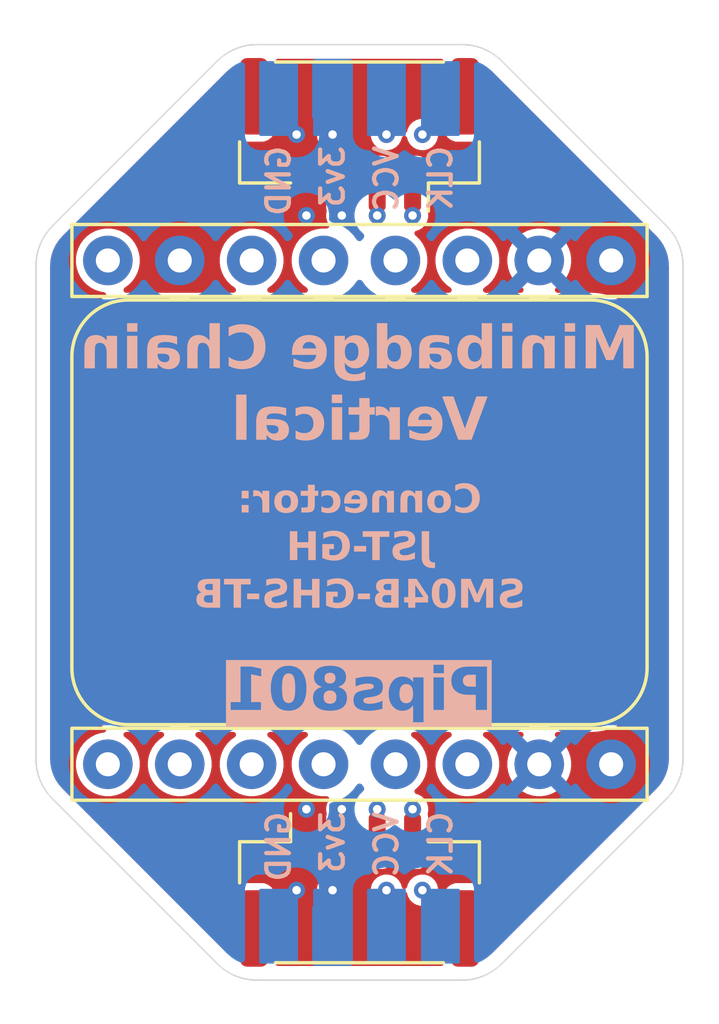
<source format=kicad_pcb>
(kicad_pcb (version 20241229) (generator "pcbnew") (generator_version "9.0")
  (layers (0 "F.Cu" signal) (4 "In1.Cu" signal) (6 "In2.Cu" signal) (2 "B.Cu" signal) (13 "F.Paste" user) (15 "B.Paste" user) (5 "F.SilkS" user "F.Silkscreen") (7 "B.SilkS" user "B.Silkscreen") (1 "F.Mask" user) (3 "B.Mask" user) (25 "Edge.Cuts" user))
  (net 0 "")
  (net 3 "+3.3V")
  (net 7 "SCL")
  (net 8 "GND")
  (net 9 "CLK")
  (net 10 "SDA")
  (net 13 "VCC")
  (footprint "MiniBadge:MiniBadge_Slot_Reflective" (layer "F.Cu") (at 163.83 74.93)
    (property "Reference" "MB1" (hide yes))
    (property "Value" "MiniBadge_Full")
    (fp_poly (pts (arc (start 20.320242 4.6667) (mid 19.734456 3.252486) (end 18.320242 2.6667)) (arc (start 2.000242 2.6667) (mid 0.586028 3.252486) (end 0.000242 4.6667)) (arc (start 0.000242 15.6527) (mid 0.586028 17.066914) (end 2.000242 17.6527)) (arc (start 18.320242 17.6527) (mid 19.734456 17.066914) (end 20.320242 15.6527))) (fill yes) (layer "F.Cu"))
    (fp_line (start 0 0) (end 0 2.54) (stroke (width 0.12)) (layer "F.SilkS"))
    (fp_line (start 0 2.54) (end 20.32 2.54) (stroke (width 0.12)) (layer "F.SilkS"))
    (fp_line (start 0 17.78) (end 0 20.32) (stroke (width 0.12)) (layer "F.SilkS"))
    (fp_line (start 0 20.32) (end 20.32 20.32) (stroke (width 0.12)) (layer "F.SilkS"))
    (fp_line (start 20.32 0) (end 0 0) (stroke (width 0.12)) (layer "F.SilkS"))
    (fp_line (start 20.32 2.54) (end 20.32 0) (stroke (width 0.12)) (layer "F.SilkS"))
    (fp_line (start 20.32 17.78) (end 0 17.78) (stroke (width 0.12)) (layer "F.SilkS"))
    (fp_line (start 20.32 20.32) (end 20.32 17.78) (stroke (width 0.12)) (layer "F.SilkS"))
    (fp_poly (pts (arc (start 20.31895 4.665421) (mid 19.733164 3.251207) (end 18.31895 2.665421)) (arc (start 1.99895 2.665421) (mid 0.584736 3.251207) (end -0.00105 4.665421)) (arc (start -0.00105 15.651421) (mid 0.584736 17.065635) (end 1.99895 17.651421)) (arc (start 18.31895 17.651421) (mid 19.733164 17.065635) (end 20.31895 15.651421))) (stroke (width 0.12)) (fill no) (layer "F.SilkS"))
    (pad "1" thru_hole circle (at 1.27 1.27) (size 1.75 1.75) (drill 0.85) (layers "*.Cu" "*.Mask") (net 13 "VCC"))
    (pad "2" thru_hole circle (at 3.81 1.27) (size 1.75 1.75) (drill 0.85) (layers "*.Cu" "*.Mask") (net 8 "GND"))
    (pad "3" thru_hole circle (at 6.35 1.27) (size 1.75 1.75) (drill 0.85) (layers "*.Cu" "*.Mask"))
    (pad "4" thru_hole circle (at 8.89 1.27) (size 1.75 1.75) (drill 0.85) (layers "*.Cu" "*.Mask"))
    (pad "5" thru_hole circle (at 11.43 1.27) (size 1.75 1.75) (drill 0.85) (layers "*.Cu" "*.Mask"))
    (pad "6" thru_hole circle (at 13.97 1.27) (size 1.75 1.75) (drill 0.85) (layers "*.Cu" "*.Mask"))
    (pad "7" thru_hole circle (at 16.51 1.27) (size 1.75 1.75) (drill 0.85) (layers "*.Cu" "*.Mask") (net 3 "+3.3V"))
    (pad "8" thru_hole circle (at 19.05 1.27) (size 1.75 1.75) (drill 0.85) (layers "*.Cu" "*.Mask") (net 8 "GND"))
    (pad "9" thru_hole circle (at 1.27 19.05) (size 1.75 1.75) (drill 0.85) (layers "*.Cu" "*.Mask") (net 9 "CLK"))
    (pad "10" thru_hole circle (at 3.81 19.05) (size 1.75 1.75) (drill 0.85) (layers "*.Cu" "*.Mask"))
    (pad "11" thru_hole circle (at 6.35 19.05) (size 1.75 1.75) (drill 0.85) (layers "*.Cu" "*.Mask"))
    (pad "12" thru_hole circle (at 8.89 19.05) (size 1.75 1.75) (drill 0.85) (layers "*.Cu" "*.Mask"))
    (pad "13" thru_hole circle (at 11.43 19.05) (size 1.75 1.75) (drill 0.85) (layers "*.Cu" "*.Mask") (net 7 "SCL"))
    (pad "14" thru_hole circle (at 13.97 19.05) (size 1.75 1.75) (drill 0.85) (layers "*.Cu" "*.Mask") (net 10 "SDA"))
    (pad "15" thru_hole circle (at 16.51 19.05) (size 1.75 1.75) (drill 0.85) (layers "*.Cu" "*.Mask") (net 3 "+3.3V"))
    (pad "16" thru_hole circle (at 19.05 19.05) (size 1.75 1.75) (drill 0.85) (layers "*.Cu" "*.Mask") (net 8 "GND"))
  )
  (footprint "Connector_JST:JST_GH_SM04B-GHS-TB_1x04-1MP_P1.25mm_Horizontal" (layer "F.Cu") (at 173.99 71.755 180)
    (property "Reference" "TB1" (hide yes))
    (property "Value" "Conn_01x04")
    (fp_line (start 4.235 -0.26) (end 4.235 -1.71) (stroke (width 0.12)) (layer "F.SilkS"))
    (fp_line (start 4.235 -1.71) (end 2.435 -1.71) (stroke (width 0.12)) (layer "F.SilkS"))
    (fp_line (start -2.435 -1.71) (end -2.435 -2.7) (stroke (width 0.12)) (layer "F.SilkS"))
    (fp_line (start -2.965 2.56) (end 2.965 2.56) (stroke (width 0.12)) (layer "F.SilkS"))
    (fp_line (start -4.235 -0.26) (end -4.235 -1.71) (stroke (width 0.12)) (layer "F.SilkS"))
    (fp_line (start -4.235 -1.71) (end -2.435 -1.71) (stroke (width 0.12)) (layer "F.SilkS"))
    (pad "1" smd roundrect (at -1.875 -1.85 180) (size 0.6 1.7) (layers "F.Cu" "F.Mask" "F.Paste") (net 9 "CLK"))
    (pad "2" smd roundrect (at -0.625 -1.85 180) (size 0.6 1.7) (layers "F.Cu" "F.Mask" "F.Paste") (net 13 "VCC"))
    (pad "3" smd roundrect (at 0.625 -1.85 180) (size 0.6 1.7) (layers "F.Cu" "F.Mask" "F.Paste") (net 3 "+3.3V"))
    (pad "4" smd roundrect (at 1.875 -1.85 180) (size 0.6 1.7) (layers "F.Cu" "F.Mask" "F.Paste") (net 8 "GND"))
    (pad "MP" smd roundrect (at -3.725 1.35 180) (size 1 2.7) (layers "F.Cu" "F.Mask" "F.Paste"))
    (pad "MP" smd roundrect (at 3.725 1.35 180) (size 1 2.7) (layers "F.Cu" "F.Mask" "F.Paste"))
  )
  (footprint "Connector_JST:JST_GH_SM04B-GHS-TB_1x04-1MP_P1.25mm_Horizontal" (layer "F.Cu") (at 173.99 98.425)
    (property "Reference" "TB2" (hide yes))
    (property "Value" "Conn_01x04")
    (fp_line (start -4.235 -1.71) (end -2.435 -1.71) (stroke (width 0.12)) (layer "F.SilkS"))
    (fp_line (start -4.235 -0.26) (end -4.235 -1.71) (stroke (width 0.12)) (layer "F.SilkS"))
    (fp_line (start -2.965 2.56) (end 2.965 2.56) (stroke (width 0.12)) (layer "F.SilkS"))
    (fp_line (start -2.435 -1.71) (end -2.435 -2.7) (stroke (width 0.12)) (layer "F.SilkS"))
    (fp_line (start 4.235 -1.71) (end 2.435 -1.71) (stroke (width 0.12)) (layer "F.SilkS"))
    (fp_line (start 4.235 -0.26) (end 4.235 -1.71) (stroke (width 0.12)) (layer "F.SilkS"))
    (pad "1" smd roundrect (at -1.875 -1.85) (size 0.6 1.7) (layers "F.Cu" "F.Mask" "F.Paste") (net 8 "GND"))
    (pad "2" smd roundrect (at -0.625 -1.85) (size 0.6 1.7) (layers "F.Cu" "F.Mask" "F.Paste") (net 3 "+3.3V"))
    (pad "3" smd roundrect (at 0.625 -1.85) (size 0.6 1.7) (layers "F.Cu" "F.Mask" "F.Paste") (net 13 "VCC"))
    (pad "4" smd roundrect (at 1.875 -1.85) (size 0.6 1.7) (layers "F.Cu" "F.Mask" "F.Paste") (net 9 "CLK"))
    (pad "MP" smd roundrect (at -3.725 1.35) (size 1 2.7) (layers "F.Cu" "F.Mask" "F.Paste"))
    (pad "MP" smd roundrect (at 3.725 1.35) (size 1 2.7) (layers "F.Cu" "F.Mask" "F.Paste"))
  )
  (gr_rect (start 176.2125 69.215) (end 177.4825 71.755) (stroke (width 0.1)) (fill yes) (layer "B.Cu") (net 9))
  (gr_rect (start 176.2125 98.425) (end 177.4825 100.965) (stroke (width 0.1)) (fill yes) (layer "B.Cu") (net 9))
  (gr_rect (start 170.4975 98.425) (end 171.7675 100.965) (stroke (width 0.1)) (fill yes) (layer "B.Cu") (net 8))
  (gr_rect (start 172.4025 69.215) (end 173.6725 71.755) (stroke (width 0.1)) (fill yes) (layer "B.Cu") (net 3))
  (gr_rect (start 174.3075 69.215) (end 175.5775 71.755) (stroke (width 0.1)) (fill yes) (layer "B.Cu") (net 13))
  (gr_rect (start 172.4025 98.425) (end 173.6725 100.965) (stroke (width 0.1)) (fill yes) (layer "B.Cu") (net 3))
  (gr_rect (start 174.3075 98.425) (end 175.5775 100.965) (stroke (width 0.1)) (fill yes) (layer "B.Cu") (net 13))
  (gr_rect (start 170.4975 69.215) (end 171.7675 71.755) (stroke (width 0.1)) (fill yes) (layer "B.Cu") (net 8))
  (gr_arc (start 168.959213 69.165787) (mid 169.608061 68.73225) (end 170.373427 68.58) (stroke (width 0.05)) (layer "Edge.Cuts"))
  (gr_arc (start 162.56 76.393427) (mid 162.712232 75.628055) (end 163.145786 74.979214) (stroke (width 0.05)) (layer "Edge.Cuts"))
  (gr_line (start 163.145787 95.200787) (end 168.959214 101.014214) (stroke (width 0.05)) (layer "Edge.Cuts"))
  (gr_arc (start 163.145787 95.200787) (mid 162.712241 94.55194) (end 162.56 93.786573) (stroke (width 0.05)) (layer "Edge.Cuts"))
  (gr_line (start 168.959213 69.165787) (end 163.145786 74.979214) (stroke (width 0.05)) (layer "Edge.Cuts"))
  (gr_arc (start 177.606573 68.58) (mid 178.37194 68.732241) (end 179.020786 69.165786) (stroke (width 0.05)) (layer "Edge.Cuts"))
  (gr_arc (start 185.42 93.786573) (mid 185.267759 94.55194) (end 184.834214 95.200786) (stroke (width 0.05)) (layer "Edge.Cuts"))
  (gr_arc (start 179.020787 101.014213) (mid 178.371939 101.44775) (end 177.606573 101.6) (stroke (width 0.05)) (layer "Edge.Cuts"))
  (gr_arc (start 170.373427 101.6) (mid 169.60806 101.447759) (end 168.959214 101.014214) (stroke (width 0.05)) (layer "Edge.Cuts"))
  (gr_line (start 170.373427 101.6) (end 177.606573 101.6) (stroke (width 0.05)) (layer "Edge.Cuts"))
  (gr_line (start 184.834213 74.979213) (end 179.020786 69.165786) (stroke (width 0.05)) (layer "Edge.Cuts"))
  (gr_line (start 177.606573 68.58) (end 170.373427 68.58) (stroke (width 0.05)) (layer "Edge.Cuts"))
  (gr_arc (start 184.834213 74.979213) (mid 185.267759 75.62806) (end 185.42 76.393427) (stroke (width 0.05)) (layer "Edge.Cuts"))
  (gr_line (start 185.42 93.786573) (end 185.42 76.393427) (stroke (width 0.05)) (layer "Edge.Cuts"))
  (gr_line (start 179.020787 101.014213) (end 184.834214 95.200786) (stroke (width 0.05)) (layer "Edge.Cuts"))
  (gr_line (start 162.56 76.393427) (end 162.56 93.786573) (stroke (width 0.05)) (layer "Edge.Cuts"))
  (gr_text "GND" (at 171.1325 95.5675 90) (layer "B.SilkS") (effects (font (size 0.8 0.8) (thickness 0.15) (bold yes)) (justify left mirror)))
  (gr_text "CLK" (at 176.8475 72.0725 90) (layer "B.SilkS") (effects (font (size 0.8 0.8) (thickness 0.15) (bold yes)) (justify left mirror)))
  (gr_text "3v3" (at 173.0375 95.5675 90) (layer "B.SilkS") (effects (font (size 0.8 0.8) (thickness 0.15) (bold yes)) (justify left mirror)))
  (gr_text "CLK" (at 176.8475 95.5675 90) (layer "B.SilkS") (effects (font (size 0.8 0.8) (thickness 0.15) (bold yes)) (justify left mirror)))
  (gr_text "Pips801" (at 173.99 91.44 0) (layer "B.SilkS" knockout) (effects (font (size 1.5 1.5) (thickness 0.1)) (justify mirror)))
  (gr_text "GND" (at 171.1325 72.0725 90) (layer "B.SilkS") (effects (font (size 0.8 0.8) (thickness 0.15) (bold yes)) (justify left mirror)))
  (gr_text "VCC" (at 174.9425 72.0725 90) (layer "B.SilkS") (effects (font (size 0.8 0.8) (thickness 0.15) (bold yes)) (justify left mirror)))
  (gr_text "Minibadge Chain\nVertical" (at 173.99 80.645 0) (layer "B.SilkS") (effects (font (size 1.5 1.5) (thickness 0.3) (bold yes)) (justify mirror)))
  (gr_text "VCC" (at 174.9425 95.5675 90) (layer "B.SilkS") (effects (font (size 0.8 0.8) (thickness 0.15) (bold yes)) (justify left mirror)))
  (gr_text "3v3" (at 173.0375 72.0725 90) (layer "B.SilkS") (effects (font (size 0.8 0.8) (thickness 0.15) (bold yes)) (justify left mirror)))
  (gr_text "Connector:\nJST-GH\nSM04B-GHS-TB" (at 173.99 86.36 0) (layer "B.SilkS") (effects (font (size 1 1) (thickness 0.25) (bold yes)) (justify mirror)))
  (via (at 173.365 95.5675) (size 0.6) (drill 0.3) (layers "F.Cu" "B.Cu") (net 3))
  (via (at 173.0375 98.425) (size 0.6) (drill 0.3) (layers "F.Cu" "B.Cu") (net 3))
  (via (at 173.365 74.6125) (size 0.6) (drill 0.3) (layers "F.Cu" "B.Cu") (net 3))
  (via (at 173.0375 71.755) (size 0.6) (drill 0.3) (layers "F.Cu" "B.Cu") (net 3))
  (via (at 171.7675 98.425) (size 0.6) (drill 0.3) (layers "F.Cu" "B.Cu") (net 8))
  (via (at 172.115 95.5675) (size 0.6) (drill 0.3) (layers "F.Cu" "B.Cu") (net 8))
  (via (at 171.7675 71.755) (size 0.6) (drill 0.3) (layers "F.Cu" "B.Cu") (net 8))
  (via (at 172.115 74.6125) (size 0.6) (drill 0.3) (layers "F.Cu" "B.Cu") (net 8))
  (via (at 175.865 95.5675) (size 0.6) (drill 0.3) (layers "F.Cu" "B.Cu") (net 9))
  (via (at 176.2125 98.425) (size 0.6) (drill 0.3) (layers "F.Cu" "B.Cu") (net 9))
  (via (at 176.2125 71.755) (size 0.6) (drill 0.3) (layers "F.Cu" "B.Cu") (net 9))
  (via (at 175.865 74.6125) (size 0.6) (drill 0.3) (layers "F.Cu" "B.Cu") (net 9))
  (via (at 174.615 95.5675) (size 0.6) (drill 0.3) (layers "F.Cu" "B.Cu") (net 13))
  (via (at 174.9425 71.755) (size 0.6) (drill 0.3) (layers "F.Cu" "B.Cu") (net 13))
  (via (at 174.615 74.6125) (size 0.6) (drill 0.3) (layers "F.Cu" "B.Cu") (net 13))
  (via (at 174.9425 98.425) (size 0.6) (drill 0.3) (layers "F.Cu" "B.Cu") (net 13))
  (zone (net 8) (net_name "GND") (layer "F.Cu") (connect_pads yes (clearance 0.25)) (min_thickness 0.2) (fill yes (thermal_gap 0.5) (thermal_bridge_width 0.5))
    (polygon (pts (xy 161.29 68.58) (xy 186.69 68.58) (xy 186.69 101.6) (xy 161.29 101.6)))
  )
  (zone (net 3) (net_name "+3.3V") (layer "B.Cu") (connect_pads (clearance 0.5)) (min_thickness 0.25) (fill yes (thermal_gap 0.5) (thermal_bridge_width 0.5))
    (polygon (pts (xy 161.29 68.58) (xy 186.69 68.58) (xy 186.69 101.6) (xy 161.29 101.6)))
  )
)
</source>
